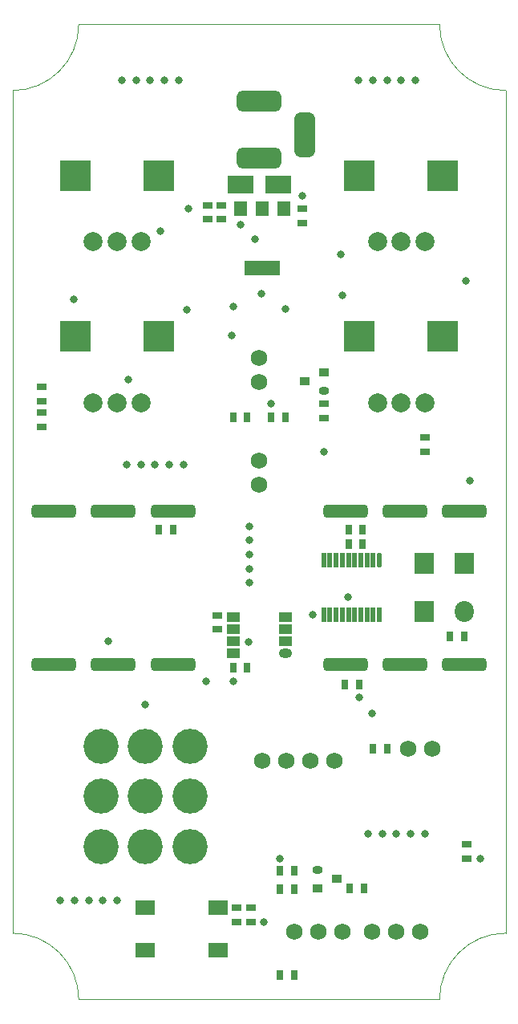
<source format=gts>
G04*
G04 #@! TF.GenerationSoftware,Altium Limited,Altium Designer,21.6.4 (81)*
G04*
G04 Layer_Color=8388736*
%FSAX44Y44*%
%MOMM*%
G71*
G04*
G04 #@! TF.SameCoordinates,1A77CDA6-7C2D-4FE3-B1CB-ECEED33A992D*
G04*
G04*
G04 #@! TF.FilePolarity,Negative*
G04*
G01*
G75*
%ADD14C,0.0500*%
%ADD29R,0.5532X1.5532*%
%ADD30O,0.5532X1.5532*%
%ADD31O,2.0032X2.2032*%
%ADD32R,2.0032X2.2032*%
%ADD33R,2.0032X1.6032*%
%ADD34R,0.8032X1.1032*%
%ADD35R,1.1032X0.8032*%
%ADD36R,1.4032X1.6032*%
%ADD37R,3.7032X1.6032*%
%ADD38R,1.4032X1.0032*%
%ADD39O,1.4032X1.0032*%
%ADD40O,1.1032X0.9032*%
%ADD41R,1.1032X0.9032*%
%ADD42R,2.7032X1.9032*%
%ADD43C,1.7272*%
G04:AMPARAMS|DCode=44|XSize=4.7032mm|YSize=1.4032mm|CornerRadius=0.4016mm|HoleSize=0mm|Usage=FLASHONLY|Rotation=0.000|XOffset=0mm|YOffset=0mm|HoleType=Round|Shape=RoundedRectangle|*
%AMROUNDEDRECTD44*
21,1,4.7032,0.6000,0,0,0.0*
21,1,3.9000,1.4032,0,0,0.0*
1,1,0.8032,1.9500,-0.3000*
1,1,0.8032,-1.9500,-0.3000*
1,1,0.8032,-1.9500,0.3000*
1,1,0.8032,1.9500,0.3000*
%
%ADD44ROUNDEDRECTD44*%
%ADD45R,3.2032X3.2032*%
%ADD46C,2.0032*%
G04:AMPARAMS|DCode=47|XSize=4.7032mm|YSize=2.2032mm|CornerRadius=0.6016mm|HoleSize=0mm|Usage=FLASHONLY|Rotation=90.000|XOffset=0mm|YOffset=0mm|HoleType=Round|Shape=RoundedRectangle|*
%AMROUNDEDRECTD47*
21,1,4.7032,1.0000,0,0,90.0*
21,1,3.5000,2.2032,0,0,90.0*
1,1,1.2032,0.5000,1.7500*
1,1,1.2032,0.5000,-1.7500*
1,1,1.2032,-0.5000,-1.7500*
1,1,1.2032,-0.5000,1.7500*
%
%ADD47ROUNDEDRECTD47*%
G04:AMPARAMS|DCode=48|XSize=4.7032mm|YSize=2.2032mm|CornerRadius=0.6016mm|HoleSize=0mm|Usage=FLASHONLY|Rotation=180.000|XOffset=0mm|YOffset=0mm|HoleType=Round|Shape=RoundedRectangle|*
%AMROUNDEDRECTD48*
21,1,4.7032,1.0000,0,0,180.0*
21,1,3.5000,2.2032,0,0,180.0*
1,1,1.2032,-1.7500,0.5000*
1,1,1.2032,1.7500,0.5000*
1,1,1.2032,1.7500,-0.5000*
1,1,1.2032,-1.7500,-0.5000*
%
%ADD48ROUNDEDRECTD48*%
%ADD49C,3.7032*%
%ADD50C,0.8032*%
D14*
X00940500Y01264350D02*
G03*
X01010350Y01194500I00069850J00000000D01*
G01*
X00489650D02*
G03*
X00559500Y01264350I00000000J00069850D01*
G01*
X01010350Y00305500D02*
G03*
X00940500Y00235650I00000000J-00069850D01*
G01*
X00559500D02*
G03*
X00489650Y00305500I-00069850J00000000D01*
G01*
X01010350D02*
X01010350Y01194500D01*
X00559500Y01264350D02*
X00940500D01*
X00489650Y00305500D02*
X00489650Y01194500D01*
X00559500Y00235650D02*
X00940500D01*
D29*
X00818250Y00641250D02*
D03*
X00876750D02*
D03*
X00850750D02*
D03*
X00857250D02*
D03*
X00863750D02*
D03*
X00870250D02*
D03*
X00824750D02*
D03*
X00831250D02*
D03*
X00837750D02*
D03*
X00844250D02*
D03*
X00818250Y00698750D02*
D03*
X00844250D02*
D03*
X00837750D02*
D03*
X00831250D02*
D03*
X00824750D02*
D03*
X00870250D02*
D03*
X00863750D02*
D03*
X00857250D02*
D03*
X00850750D02*
D03*
D30*
X00876750D02*
D03*
D31*
X00966500Y00644600D02*
D03*
D32*
Y00695400D02*
D03*
X00924500D02*
D03*
Y00644600D02*
D03*
D33*
X00630000Y00332500D02*
D03*
X00707000D02*
D03*
Y00287500D02*
D03*
X00630000D02*
D03*
D34*
X00722500Y00585500D02*
D03*
X00737500D02*
D03*
X00772250Y00352000D02*
D03*
X00787250D02*
D03*
X00844250Y00731000D02*
D03*
X00859250D02*
D03*
X00844250Y00716000D02*
D03*
X00859250D02*
D03*
X00659000Y00731250D02*
D03*
X00644000D02*
D03*
X00840500Y00567500D02*
D03*
X00855500D02*
D03*
X00772000Y00371750D02*
D03*
X00787000D02*
D03*
X00772000Y00261250D02*
D03*
X00787000D02*
D03*
X00845750Y00352500D02*
D03*
X00860750D02*
D03*
X00762500Y00850000D02*
D03*
X00777500D02*
D03*
X00966500Y00619000D02*
D03*
X00951500D02*
D03*
X00885250Y00499750D02*
D03*
X00870250D02*
D03*
X00737500Y00850000D02*
D03*
X00722500D02*
D03*
D35*
X00924750Y00813250D02*
D03*
Y00828250D02*
D03*
X00706000Y00626000D02*
D03*
Y00641000D02*
D03*
X00710250Y01058500D02*
D03*
Y01073500D02*
D03*
X00695250Y01058500D02*
D03*
Y01073500D02*
D03*
X00795500Y01069500D02*
D03*
Y01054500D02*
D03*
X00726500Y00317500D02*
D03*
Y00332500D02*
D03*
X00818250Y00863750D02*
D03*
Y00848750D02*
D03*
X00520000Y00882000D02*
D03*
Y00867000D02*
D03*
Y00854904D02*
D03*
Y00839904D02*
D03*
X00741500Y00317500D02*
D03*
Y00332500D02*
D03*
X00969500Y00399500D02*
D03*
Y00384500D02*
D03*
D36*
X00753000Y01069500D02*
D03*
X00730000D02*
D03*
X00776000D02*
D03*
D37*
X00753000Y01007500D02*
D03*
D38*
X00722500Y00639050D02*
D03*
Y00626350D02*
D03*
Y00613650D02*
D03*
Y00600950D02*
D03*
X00777500Y00639050D02*
D03*
Y00626350D02*
D03*
Y00613650D02*
D03*
D39*
Y00600950D02*
D03*
D40*
X00812000Y00372000D02*
D03*
X00818250Y00878000D02*
D03*
D41*
X00832000Y00362500D02*
D03*
X00812000Y00353000D02*
D03*
X00798250Y00887500D02*
D03*
X00818250Y00897000D02*
D03*
D42*
X00730000Y01095000D02*
D03*
X00770000D02*
D03*
D43*
X00753500Y00487750D02*
D03*
X00829700D02*
D03*
X00804300D02*
D03*
X00778900D02*
D03*
X00750000Y00887300D02*
D03*
Y00912700D02*
D03*
Y00804200D02*
D03*
Y00778800D02*
D03*
X00837650Y00307000D02*
D03*
X00812250D02*
D03*
X00786850D02*
D03*
X00869500D02*
D03*
X00894900D02*
D03*
X00920300D02*
D03*
X00907300Y00500000D02*
D03*
X00932700D02*
D03*
D44*
X00596000Y00751000D02*
D03*
Y00589000D02*
D03*
X00659000Y00751000D02*
D03*
Y00589000D02*
D03*
X00533000Y00751000D02*
D03*
Y00589000D02*
D03*
X00904000D02*
D03*
Y00751000D02*
D03*
X00841000Y00589000D02*
D03*
Y00751000D02*
D03*
X00967000Y00589000D02*
D03*
Y00751000D02*
D03*
D45*
X00944000Y00935000D02*
D03*
X00856000D02*
D03*
X00644000Y01105000D02*
D03*
X00556000D02*
D03*
X00644000Y00935000D02*
D03*
X00556000D02*
D03*
X00944000Y01105000D02*
D03*
X00856000D02*
D03*
D46*
X00875000Y00865000D02*
D03*
X00925000D02*
D03*
X00900000D02*
D03*
X00575000Y01035000D02*
D03*
X00625000D02*
D03*
X00600000D02*
D03*
X00575000Y00865000D02*
D03*
X00625000D02*
D03*
X00600000D02*
D03*
X00875000Y01035000D02*
D03*
X00925000D02*
D03*
X00900000D02*
D03*
D47*
X00798000Y01148000D02*
D03*
D48*
X00750000Y01123000D02*
D03*
Y01183000D02*
D03*
D49*
X00630000Y00503000D02*
D03*
Y00397000D02*
D03*
Y00450000D02*
D03*
X00677000Y00503000D02*
D03*
Y00397000D02*
D03*
Y00450000D02*
D03*
X00583000Y00503000D02*
D03*
Y00397000D02*
D03*
Y00450000D02*
D03*
D50*
X00740000Y00675000D02*
D03*
Y00690000D02*
D03*
Y00705000D02*
D03*
Y00720000D02*
D03*
Y00735000D02*
D03*
X00540000Y00340000D02*
D03*
X00555000D02*
D03*
X00570000D02*
D03*
X00585000D02*
D03*
X00600000D02*
D03*
X00865000Y00410000D02*
D03*
X00880000D02*
D03*
X00895000D02*
D03*
X00910000D02*
D03*
X00925000D02*
D03*
X00610000Y00800000D02*
D03*
X00625000D02*
D03*
X00640000D02*
D03*
X00655000D02*
D03*
X00670000D02*
D03*
X00855000Y01205000D02*
D03*
X00870000D02*
D03*
X00885000D02*
D03*
X00900000D02*
D03*
X00915000D02*
D03*
X00665000D02*
D03*
X00650000D02*
D03*
X00635000D02*
D03*
X00620000D02*
D03*
X00605000D02*
D03*
X00968250Y00993500D02*
D03*
X00777524Y00964154D02*
D03*
X00838283Y00978232D02*
D03*
X00646000Y01045750D02*
D03*
X00612000Y00889750D02*
D03*
X00738750Y00613000D02*
D03*
X00630000Y00546500D02*
D03*
X00855500Y00554500D02*
D03*
X00795750Y01083250D02*
D03*
X00675250Y01069750D02*
D03*
X00983498Y00384455D02*
D03*
X00590500Y00613500D02*
D03*
X00694000Y00571000D02*
D03*
X00722500Y00571250D02*
D03*
X00755000Y00317500D02*
D03*
X00762250Y00863750D02*
D03*
X00972500Y00782500D02*
D03*
X00721211Y00935940D02*
D03*
X00554500Y00974250D02*
D03*
X00730000Y01053000D02*
D03*
X00772000Y00384250D02*
D03*
X00673750Y00963000D02*
D03*
X00722500Y00967000D02*
D03*
X00844000Y00659750D02*
D03*
X00818000Y00813250D02*
D03*
X00745500Y01038000D02*
D03*
X00869500Y00537500D02*
D03*
X00806500Y00641250D02*
D03*
X00836000Y01021500D02*
D03*
X00752250Y00980500D02*
D03*
M02*

</source>
